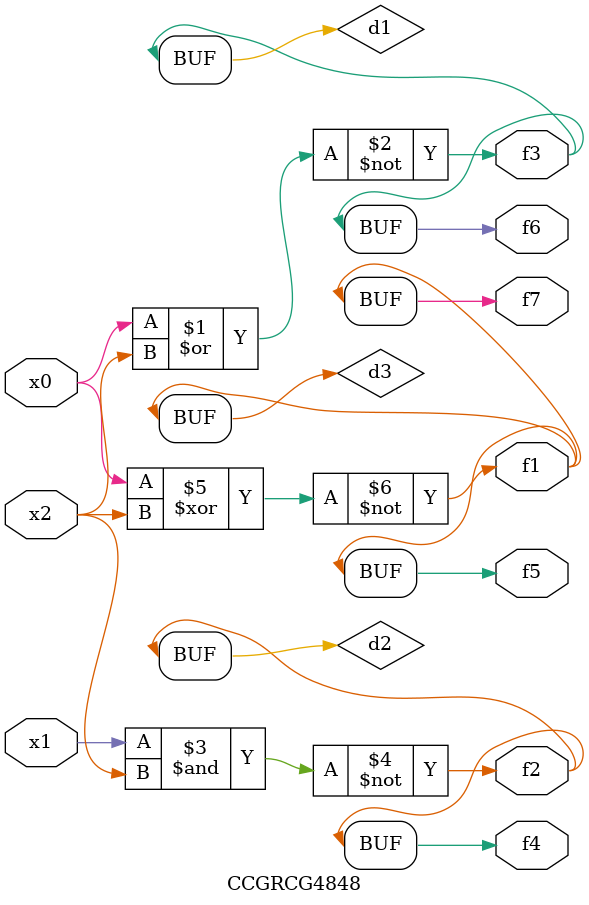
<source format=v>
module CCGRCG4848(
	input x0, x1, x2,
	output f1, f2, f3, f4, f5, f6, f7
);

	wire d1, d2, d3;

	nor (d1, x0, x2);
	nand (d2, x1, x2);
	xnor (d3, x0, x2);
	assign f1 = d3;
	assign f2 = d2;
	assign f3 = d1;
	assign f4 = d2;
	assign f5 = d3;
	assign f6 = d1;
	assign f7 = d3;
endmodule

</source>
